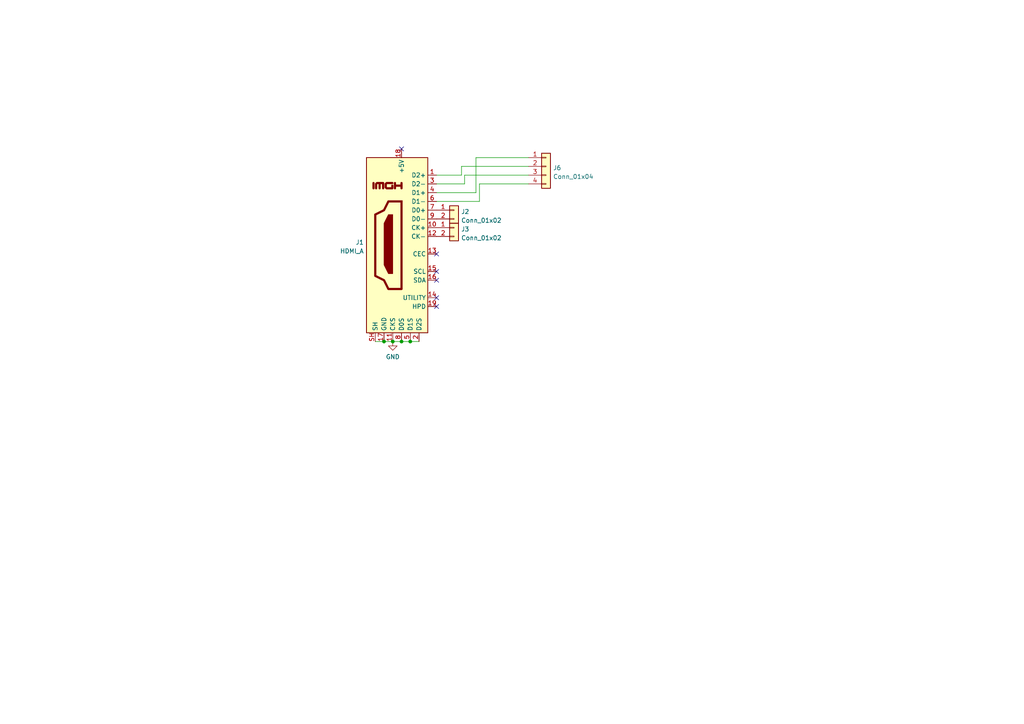
<source format=kicad_sch>
(kicad_sch (version 20211123) (generator eeschema)
  (paper "A4")
  (lib_symbols
    (symbol "Connector:HDMI_A"
      (property "Reference" "J" (at -6.35 26.67 0))
      (property "Value" "HDMI_A" (at 10.16 26.67 0))
      (symbol "HDMI_A_0_0"
        (polyline (pts (xy 8.128 16.51) (xy 8.128 18.034)) (stroke (width 0.635)))
        (polyline (pts (xy 0 16.51) (xy 0 18.034) (xy 0 17.272) (xy 1.905 17.272) (xy 1.905 18.034) (xy 1.905 16.51)) (stroke (width 0.635)))
        (polyline (pts (xy 2.667 18.034) (xy 4.318 18.034) (xy 4.572 17.78) (xy 4.572 16.764) (xy 4.318 16.51) (xy 2.667 16.51) (xy 2.667 17.272)) (stroke (width 0.635)))
      )
      (symbol "HDMI_A_0_1"
        (rectangle (start -7.62 25.4) (end 10.16 -25.4) (stroke (width 0.254)) (fill (type background)))
        (polyline (pts (xy 2.54 8.89) (xy 3.81 8.89) (xy 5.08 6.35) (xy 5.08 -5.715) (xy 3.81 -8.255) (xy 2.54 -8.255) (xy 2.54 8.89)) (fill (type outline)))
        (polyline (pts (xy 5.334 16.51) (xy 5.334 18.034) (xy 6.35 18.034) (xy 6.35 16.51) (xy 6.35 18.034) (xy 7.112 18.034) (xy 7.366 17.78) (xy 7.366 16.51)) (stroke (width 0.635)))
        (polyline (pts (xy 0 12.7) (xy 0 -12.7) (xy 3.81 -12.7) (xy 5.08 -10.16) (xy 7.62 -8.89) (xy 7.62 8.89) (xy 5.08 10.16) (xy 3.81 12.7) (xy 0 12.7)) (stroke (width 0.635)))
      )
      (symbol "HDMI_A_1_1"
        (pin passive line (at -10.16 20.32 0) (length 2.54) (name "D2+") (number "1"))
        (pin passive line (at -10.16 5.08 0) (length 2.54) (name "CK+") (number "10"))
        (pin power_in line (at 2.54 -27.94 90) (length 2.54) (name "CKS") (number "11"))
        (pin passive line (at -10.16 2.54 0) (length 2.54) (name "CK-") (number "12"))
        (pin bidirectional line (at -10.16 -2.54 0) (length 2.54) (name "CEC") (number "13"))
        (pin passive line (at -10.16 -15.24 0) (length 2.54) (name "UTILITY") (number "14"))
        (pin passive line (at -10.16 -7.62 0) (length 2.54) (name "SCL") (number "15"))
        (pin bidirectional line (at -10.16 -10.16 0) (length 2.54) (name "SDA") (number "16"))
        (pin power_in line (at 5.08 -27.94 90) (length 2.54) (name "GND") (number "17"))
        (pin power_in line (at 0 27.94 270) (length 2.54) (name "+5V") (number "18"))
        (pin passive line (at -10.16 -17.78 0) (length 2.54) (name "HPD") (number "19"))
        (pin power_in line (at -5.08 -27.94 90) (length 2.54) (name "D2S") (number "2"))
        (pin passive line (at -10.16 17.78 0) (length 2.54) (name "D2-") (number "3"))
        (pin passive line (at -10.16 15.24 0) (length 2.54) (name "D1+") (number "4"))
        (pin power_in line (at -2.54 -27.94 90) (length 2.54) (name "D1S") (number "5"))
        (pin passive line (at -10.16 12.7 0) (length 2.54) (name "D1-") (number "6"))
        (pin passive line (at -10.16 10.16 0) (length 2.54) (name "D0+") (number "7"))
        (pin power_in line (at 0 -27.94 90) (length 2.54) (name "D0S") (number "8"))
        (pin passive line (at -10.16 7.62 0) (length 2.54) (name "D0-") (number "9"))
        (pin passive line (at 7.62 -27.94 90) (length 2.54) (name "SH") (number "SH"))
      )
    )
    (symbol "Connector_Generic:Conn_01x02" (pin_names (offset 1.016) hide)
      (property "Reference" "J" (at 0 2.54 0))
      (property "Value" "Conn_01x02" (at 0 -5.08 0))
      (symbol "Conn_01x02_1_1"
        (rectangle (start -1.27 -2.413) (end 0 -2.667) (stroke (width 0.1524)))
        (rectangle (start -1.27 0.127) (end 0 -0.127) (stroke (width 0.1524)))
        (rectangle (start -1.27 1.27) (end 1.27 -3.81) (stroke (width 0.254)) (fill (type background)))
        (pin passive line (at -5.08 0 0) (length 3.81) (name "Pin_1") (number "1"))
        (pin passive line (at -5.08 -2.54 0) (length 3.81) (name "Pin_2") (number "2"))
      )
    )
    (symbol "Connector_Generic:Conn_01x04" (pin_names (offset 1.016) hide)
      (property "Reference" "J" (at 0 5.08 0))
      (property "Value" "Conn_01x04" (at 0 -7.62 0))
      (symbol "Conn_01x04_1_1"
        (rectangle (start -1.27 -4.953) (end 0 -5.207) (stroke (width 0.1524)))
        (rectangle (start -1.27 -2.413) (end 0 -2.667) (stroke (width 0.1524)))
        (rectangle (start -1.27 0.127) (end 0 -0.127) (stroke (width 0.1524)))
        (rectangle (start -1.27 2.667) (end 0 2.413) (stroke (width 0.1524)))
        (rectangle (start -1.27 3.81) (end 1.27 -6.35) (stroke (width 0.254)) (fill (type background)))
        (pin passive line (at -5.08 2.54 0) (length 3.81) (name "Pin_1") (number "1"))
        (pin passive line (at -5.08 0 0) (length 3.81) (name "Pin_2") (number "2"))
        (pin passive line (at -5.08 -2.54 0) (length 3.81) (name "Pin_3") (number "3"))
        (pin passive line (at -5.08 -5.08 0) (length 3.81) (name "Pin_4") (number "4"))
      )
    )
    (symbol "power:GND" (power) (pin_names (offset 0))
      (property "Value" "GND" (at 0 -3.81 0))
      (symbol "GND_0_1"
        (polyline (pts (xy 0 0) (xy 0 -1.27) (xy 1.27 -1.27) (xy 0 -2.54) (xy -1.27 -1.27) (xy 0 -1.27)))
      )
      (symbol "GND_1_1"
        (pin power_in line (at 0 0 270) (length 0) hide (name "GND") (number "1"))
      )
    )
  )
  (junction (at 113.919 99.06))
  (junction (at 118.999 99.06))
  (junction (at 111.379 99.06))
  (junction (at 116.459 99.06))
  (no_connect (at 126.619 73.66))
  (no_connect (at 126.619 78.74))
  (no_connect (at 116.459 43.18))
  (no_connect (at 126.619 81.28))
  (no_connect (at 126.619 86.36))
  (no_connect (at 126.619 88.9))
  (wire (pts (xy 108.839 99.06) (xy 111.379 99.06)))
  (wire (pts (xy 133.858 48.26) (xy 153.289 48.26)))
  (wire (pts (xy 134.747 50.8) (xy 153.289 50.8)))
  (wire (pts (xy 126.619 53.34) (xy 134.747 53.34)))
  (wire (pts (xy 138.049 55.88) (xy 138.049 45.72)))
  (wire (pts (xy 139.065 58.42) (xy 139.065 53.34)))
  (wire (pts (xy 126.619 58.42) (xy 139.065 58.42)))
  (wire (pts (xy 116.459 99.06) (xy 118.999 99.06)))
  (wire (pts (xy 139.065 53.34) (xy 153.289 53.34)))
  (wire (pts (xy 133.858 50.8) (xy 133.858 48.26)))
  (wire (pts (xy 118.999 99.06) (xy 121.539 99.06)))
  (wire (pts (xy 113.919 99.06) (xy 116.459 99.06)))
  (wire (pts (xy 126.619 55.88) (xy 138.049 55.88)))
  (wire (pts (xy 134.747 53.34) (xy 134.747 50.8)))
  (wire (pts (xy 126.619 50.8) (xy 133.858 50.8)))
  (wire (pts (xy 138.049 45.72) (xy 153.289 45.72)))
  (wire (pts (xy 111.379 99.06) (xy 113.919 99.06)))
  (symbol (lib_id "Connector_Generic:Conn_01x02") (at 131.699 60.96 0) (unit 1)
    (property "Reference" "J2" (at 133.731 61.3953 0) (effects (justify left)))
    (property "Value" "Conn_01x02" (at 133.731 63.9322 0) (effects (justify left)))
    (property "Footprint" "Connector_JST:JST_PH_S2B-PH-K_1x02_P2.00mm_Horizontal" (effects hide))
    (property "LCSC" "C16965" (effects hide))
  )
  (symbol (lib_id "power:GND") (at 113.919 99.06 0) (unit 1)
    (property "Reference" "#PWR01" (effects hide))
    (property "Value" "GND" (at 113.919 103.5034 0))
  )
  (symbol (lib_id "Connector_Generic:Conn_01x04") (at 158.369 48.26 0) (unit 1)
    (property "Reference" "J6" (at 160.401 48.6953 0) (effects (justify left)))
    (property "Value" "Conn_01x04" (at 160.401 51.2322 0) (effects (justify left)))
    (property "Footprint" "Connector_JST:JST_SH_SM04B-SRSS-TB_1x04-1MP_P1.00mm_Horizontal" (effects hide))
    (property "LCSC" "C371571" (effects hide))
  )
  (symbol (lib_id "Connector_Generic:Conn_01x02") (at 131.699 66.04 0) (unit 1)
    (property "Reference" "J3" (at 133.731 66.4753 0) (effects (justify left)))
    (property "Value" "Conn_01x02" (at 133.731 69.0122 0) (effects (justify left)))
    (property "Footprint" "Connector_JST:JST_PH_S2B-PH-K_1x02_P2.00mm_Horizontal" (effects hide))
    (property "LCSC" "C16965" (effects hide))
  )
  (symbol (lib_id "Connector:HDMI_A") (at 116.459 71.12 0) (mirror y) (unit 1)
    (property "Reference" "J1" (at 105.5371 70.2853 0) (effects (justify left)))
    (property "Value" "HDMI_A" (at 105.5371 72.8222 0) (effects (justify left)))
    (property "Footprint" "0_15Pin_FootprintsLib:HDMI-SMD_HDMI-019S" (effects hide))
    (property "Datasheet" "https://en.wikipedia.org/wiki/HDMI" (effects hide))
    (property "LCSC" "C111617" (effects hide))
  )
)
</source>
